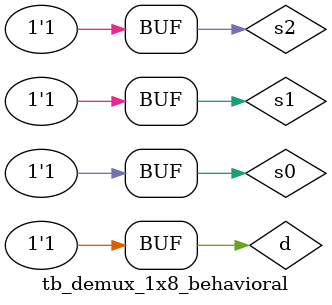
<source format=v>
module tb_demux_1x8_behavioral;
    reg d, s0, s1, s2;
    wire y0, y1, y2, y3, y4, y5, y6, y7;

    // Instantiate the Behavioral Demultiplexer module
    demux_1x8_behavioral uut(d, s0, s1, s2, y0, y1, y2, y3, y4, y5, y6, y7);

    initial begin
        d = 1'b1; // Set input data to 1

        s2 = 0; s1 = 0; s0 = 0; #5; // y0 should be active
        s2 = 0; s1 = 0; s0 = 1; #5; // y1 should be active
        s2 = 0; s1 = 1; s0 = 0; #5; // y2 should be active
        s2 = 0; s1 = 1; s0 = 1; #5; // y3 should be active
        s2 = 1; s1 = 0; s0 = 0; #5; // y4 should be active
        s2 = 1; s1 = 0; s0 = 1; #5; // y5 should be active
        s2 = 1; s1 = 1; s0 = 0; #5; // y6 should be active
        s2 = 1; s1 = 1; s0 = 1; #5; // y7 should be active
    end
endmodule
</source>
